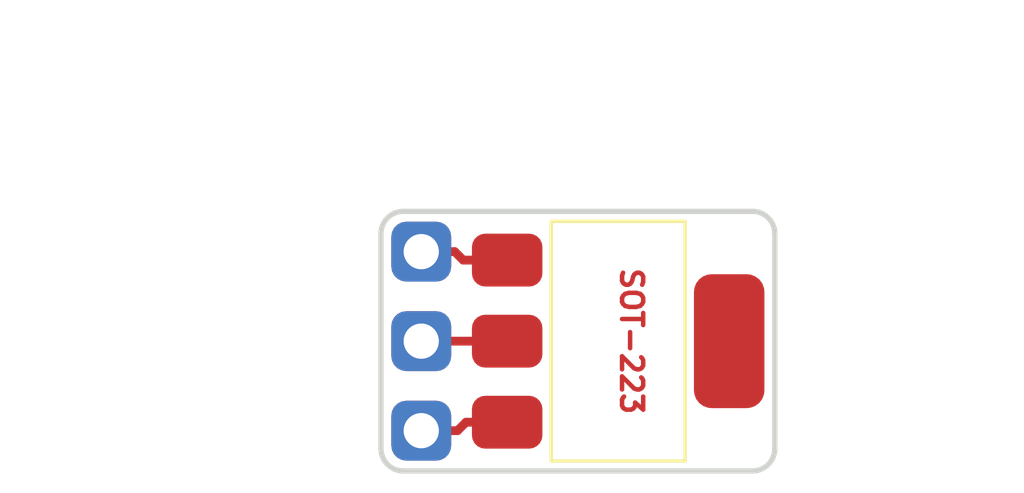
<source format=kicad_pcb>
(kicad_pcb (version 20171130) (host pcbnew "(5.0.2)-1")

  (general
    (thickness 1.6)
    (drawings 13)
    (tracks 8)
    (zones 0)
    (modules 2)
    (nets 4)
  )

  (page A4)
  (layers
    (0 F.Cu signal)
    (31 B.Cu signal)
    (32 B.Adhes user)
    (33 F.Adhes user)
    (34 B.Paste user)
    (35 F.Paste user)
    (36 B.SilkS user)
    (37 F.SilkS user)
    (38 B.Mask user)
    (39 F.Mask user)
    (40 Dwgs.User user)
    (41 Cmts.User user)
    (42 Eco1.User user)
    (43 Eco2.User user)
    (44 Edge.Cuts user)
    (45 Margin user)
    (46 B.CrtYd user)
    (47 F.CrtYd user)
    (48 B.Fab user)
    (49 F.Fab user)
  )

  (setup
    (last_trace_width 0.25)
    (trace_clearance 0.2)
    (zone_clearance 0.508)
    (zone_45_only no)
    (trace_min 0.2)
    (segment_width 0.2)
    (edge_width 0.15)
    (via_size 0.8)
    (via_drill 0.4)
    (via_min_size 0.4)
    (via_min_drill 0.3)
    (uvia_size 0.3)
    (uvia_drill 0.1)
    (uvias_allowed no)
    (uvia_min_size 0.2)
    (uvia_min_drill 0.1)
    (pcb_text_width 0.3)
    (pcb_text_size 1.5 1.5)
    (mod_edge_width 0.15)
    (mod_text_size 1 1)
    (mod_text_width 0.15)
    (pad_size 1.524 1.524)
    (pad_drill 0.762)
    (pad_to_mask_clearance 0.0508)
    (aux_axis_origin 0 0)
    (visible_elements 7FFFFFFF)
    (pcbplotparams
      (layerselection 0x010fc_ffffffff)
      (usegerberextensions false)
      (usegerberattributes false)
      (usegerberadvancedattributes false)
      (creategerberjobfile false)
      (excludeedgelayer true)
      (linewidth 0.050000)
      (plotframeref false)
      (viasonmask false)
      (mode 1)
      (useauxorigin false)
      (hpglpennumber 1)
      (hpglpenspeed 20)
      (hpglpendiameter 15.000000)
      (psnegative false)
      (psa4output false)
      (plotreference true)
      (plotvalue true)
      (plotinvisibletext false)
      (padsonsilk false)
      (subtractmaskfromsilk false)
      (outputformat 1)
      (mirror false)
      (drillshape 1)
      (scaleselection 1)
      (outputdirectory ""))
  )

  (net 0 "")
  (net 1 /1)
  (net 2 /3)
  (net 3 /2)

  (net_class Default "This is the default net class."
    (clearance 0.2)
    (trace_width 0.25)
    (via_dia 0.8)
    (via_drill 0.4)
    (uvia_dia 0.3)
    (uvia_drill 0.1)
    (add_net /1)
    (add_net /2)
    (add_net /3)
  )

  (module SA_Connectors_Pin_Headers_THT:PinHeader_1x03_P2.54mm_Vertical_Bottom (layer F.Cu) (tedit 5C2D038C) (tstamp 5C3150CF)
    (at 156.845 88.265)
    (descr "Through hole straight pin header, 1x03, 2.54mm pitch, single row")
    (tags "Through hole pin header THT 1x03 2.54mm single row")
    (path /5C2D8319)
    (fp_text reference J1 (at 0 -2.2) (layer F.SilkS) hide
      (effects (font (size 0.6 0.6) (thickness 0.127)))
    )
    (fp_text value PinHeader_1x03_P2.54mm_Vertical_Bottom (at 0 7.09) (layer F.Fab) hide
      (effects (font (size 0.3 0.3) (thickness 0.03)))
    )
    (fp_line (start -0.635 -1.27) (end 1.27 -1.27) (layer B.Fab) (width 0.1))
    (fp_line (start 1.27 -1.27) (end 1.27 6.35) (layer B.Fab) (width 0.1))
    (fp_line (start 1.27 6.35) (end -1.27 6.35) (layer B.Fab) (width 0.1))
    (fp_line (start -1.27 6.35) (end -1.27 -0.635) (layer B.Fab) (width 0.1))
    (fp_line (start -1.27 -0.635) (end -0.635 -1.27) (layer B.Fab) (width 0.1))
    (fp_line (start -1.8 -1.8) (end -1.8 6.85) (layer F.CrtYd) (width 0.05))
    (fp_line (start -1.8 6.85) (end 1.8 6.85) (layer F.CrtYd) (width 0.05))
    (fp_line (start 1.8 6.85) (end 1.8 -1.8) (layer F.CrtYd) (width 0.05))
    (fp_line (start 1.8 -1.8) (end -1.8 -1.8) (layer F.CrtYd) (width 0.05))
    (fp_text user %R (at 0 2.54 90) (layer F.Fab)
      (effects (font (size 0.4 0.4) (thickness 0.05)))
    )
    (pad 1 thru_hole roundrect (at 0 0) (size 1.7 1.7) (drill 1) (layers *.Cu *.Mask) (roundrect_rratio 0.25)
      (net 1 /1))
    (pad 2 thru_hole roundrect (at 0 2.54) (size 1.7 1.7) (drill 1) (layers *.Cu *.Mask) (roundrect_rratio 0.25)
      (net 3 /2))
    (pad 3 thru_hole roundrect (at 0 5.08) (size 1.7 1.7) (drill 1) (layers *.Cu *.Mask) (roundrect_rratio 0.25)
      (net 2 /3))
    (model ${SA_LIB_3DSHAPES}/Packages/PinHeader_1x03_P254mm_Vertical_Bottom.step
      (at (xyz 0 0 0))
      (scale (xyz 1 1 1))
      (rotate (xyz 0 0 0))
    )
  )

  (module SA_Voltage_Regulators_SMD:ON_Semi_NCP1117LPST50T3G_SOT-223-3 (layer F.Cu) (tedit 5C2D0388) (tstamp 5C314D40)
    (at 162.433 90.805 270)
    (path /5C2D81AB)
    (fp_text reference U1 (at 0 -4.7 270) (layer F.SilkS) hide
      (effects (font (size 0.6 0.6) (thickness 0.127)))
    )
    (fp_text value ON_Semi_NCP1117LPST50T3G (at 0 4.6 270) (layer F.Fab)
      (effects (font (size 0.3 0.3) (thickness 0.03)))
    )
    (fp_line (start -3.275 -1.75) (end 3.275 -1.75) (layer F.Fab) (width 0.1))
    (fp_line (start 3.275 -1.75) (end 3.275 1.75) (layer F.Fab) (width 0.1))
    (fp_line (start 3.275 1.75) (end -3.275 1.75) (layer F.Fab) (width 0.1))
    (fp_line (start -3.275 1.75) (end -3.275 -1.75) (layer F.Fab) (width 0.1))
    (fp_line (start -3.5 1.7) (end -3.5 4.3) (layer F.CrtYd) (width 0.05))
    (fp_line (start -3.5 4.3) (end -2.1 4.3) (layer F.CrtYd) (width 0.05))
    (fp_line (start -2.1 4.3) (end 3.3 4.3) (layer F.CrtYd) (width 0.05))
    (fp_line (start 3.3 4.3) (end 3.5 4.3) (layer F.CrtYd) (width 0.05))
    (fp_line (start 3.5 4.3) (end 3.5 1) (layer F.CrtYd) (width 0.05))
    (fp_line (start 3.5 1) (end 3.5 -4.3) (layer F.CrtYd) (width 0.05))
    (fp_line (start 3.5 -4.3) (end 0.6 -4.3) (layer F.CrtYd) (width 0.05))
    (fp_line (start 0.6 -4.3) (end -3.5 -4.3) (layer F.CrtYd) (width 0.05))
    (fp_line (start -3.5 -4.3) (end -3.5 -0.1) (layer F.CrtYd) (width 0.05))
    (fp_line (start -3.5 -0.1) (end -3.5 1.7) (layer F.CrtYd) (width 0.05))
    (fp_line (start 3.4 1.9) (end -3.4 1.9) (layer F.SilkS) (width 0.1))
    (fp_line (start 2.9 -1.9) (end -3.4 -1.9) (layer F.SilkS) (width 0.1))
    (fp_line (start -3.4 -1.9) (end -3.4 1.9) (layer F.SilkS) (width 0.1))
    (fp_line (start 3.4 -1.9) (end 2.9 -1.9) (layer F.SilkS) (width 0.1))
    (fp_line (start 3.4 -1.9) (end 3.4 1.9) (layer F.SilkS) (width 0.1))
    (fp_text user %R (at 0 0 270) (layer F.Fab)
      (effects (font (size 0.4 0.4) (thickness 0.05)))
    )
    (pad 1 smd roundrect (at -2.3 3.15 270) (size 1.5 2) (layers F.Cu F.Paste F.Mask) (roundrect_rratio 0.25)
      (net 1 /1))
    (pad 3 smd roundrect (at 2.3 3.15 270) (size 1.5 2) (layers F.Cu F.Paste F.Mask) (roundrect_rratio 0.25)
      (net 2 /3))
    (pad 2 smd roundrect (at 0 3.15 270) (size 1.5 2) (layers F.Cu F.Paste F.Mask) (roundrect_rratio 0.25)
      (net 3 /2))
    (pad 2 smd roundrect (at 0 -3.15 270) (size 3.8 2) (layers F.Cu F.Paste F.Mask) (roundrect_rratio 0.25)
      (net 3 /2))
    (model ${SA_LIB_3DSHAPES}/ON_Semi_NCP1117LPST50T3G_SOT-223-3/ON_Semi_NCP1117LPST50T3G_SOT-223-3.step
      (at (xyz 0 0 0))
      (scale (xyz 1 1 1))
      (rotate (xyz 0 0 0))
    )
  )

  (dimension 2.54 (width 0.3) (layer F.Fab)
    (gr_text "2.540 mm" (at 150.427 92.075 90) (layer F.Fab)
      (effects (font (size 1.5 1.5) (thickness 0.3)))
    )
    (feature1 (pts (xy 156.845 90.805) (xy 151.940579 90.805)))
    (feature2 (pts (xy 156.845 93.345) (xy 151.940579 93.345)))
    (crossbar (pts (xy 152.527 93.345) (xy 152.527 90.805)))
    (arrow1a (pts (xy 152.527 90.805) (xy 153.113421 91.931504)))
    (arrow1b (pts (xy 152.527 90.805) (xy 151.940579 91.931504)))
    (arrow2a (pts (xy 152.527 93.345) (xy 153.113421 92.218496)))
    (arrow2b (pts (xy 152.527 93.345) (xy 151.940579 92.218496)))
  )
  (dimension 7.366 (width 0.3) (layer F.Fab)
    (gr_text "7.366 mm" (at 172.026 90.805 270) (layer F.Fab)
      (effects (font (size 1.5 1.5) (thickness 0.3)))
    )
    (feature1 (pts (xy 156.845 94.488) (xy 170.512421 94.488)))
    (feature2 (pts (xy 156.845 87.122) (xy 170.512421 87.122)))
    (crossbar (pts (xy 169.926 87.122) (xy 169.926 94.488)))
    (arrow1a (pts (xy 169.926 94.488) (xy 169.339579 93.361496)))
    (arrow1b (pts (xy 169.926 94.488) (xy 170.512421 93.361496)))
    (arrow2a (pts (xy 169.926 87.122) (xy 169.339579 88.248504)))
    (arrow2b (pts (xy 169.926 87.122) (xy 170.512421 88.248504)))
  )
  (dimension 11.176 (width 0.3) (layer F.Fab)
    (gr_text "11.176 mm" (at 161.29 82.228) (layer F.Fab)
      (effects (font (size 1.5 1.5) (thickness 0.3)))
    )
    (feature1 (pts (xy 166.878 88.265) (xy 166.878 83.741579)))
    (feature2 (pts (xy 155.702 88.265) (xy 155.702 83.741579)))
    (crossbar (pts (xy 155.702 84.328) (xy 166.878 84.328)))
    (arrow1a (pts (xy 166.878 84.328) (xy 165.751496 84.914421)))
    (arrow1b (pts (xy 166.878 84.328) (xy 165.751496 83.741579)))
    (arrow2a (pts (xy 155.702 84.328) (xy 156.828504 84.914421)))
    (arrow2b (pts (xy 155.702 84.328) (xy 156.828504 83.741579)))
  )
  (gr_line (start 156.337 94.488) (end 166.243 94.488) (layer Edge.Cuts) (width 0.15))
  (gr_line (start 155.702 87.757) (end 155.702 93.853) (layer Edge.Cuts) (width 0.15))
  (gr_line (start 166.243 87.122) (end 156.337 87.122) (layer Edge.Cuts) (width 0.15))
  (gr_line (start 166.878 93.853) (end 166.878 87.757) (layer Edge.Cuts) (width 0.15))
  (gr_arc (start 156.337 93.853) (end 155.702 93.853) (angle -90) (layer Edge.Cuts) (width 0.15) (tstamp 5C315211))
  (gr_arc (start 166.243 93.853) (end 166.243 94.488) (angle -90) (layer Edge.Cuts) (width 0.15) (tstamp 5C31520C))
  (gr_arc (start 166.243 87.757) (end 166.878 87.757) (angle -90) (layer Edge.Cuts) (width 0.15) (tstamp 5C315207))
  (gr_arc (start 156.337 87.757) (end 156.337 87.122) (angle -90) (layer Edge.Cuts) (width 0.15))
  (gr_text SOT-223 (at 162.814 90.805 270) (layer F.Mask) (tstamp 5C315111)
    (effects (font (size 0.6 0.6) (thickness 0.127)))
  )
  (gr_text SOT-223 (at 162.814 90.805 270) (layer F.Cu)
    (effects (font (size 0.6 0.6) (thickness 0.127)))
  )

  (segment (start 157.085 88.505) (end 156.845 88.265) (width 0.25) (layer F.Cu) (net 1))
  (segment (start 157.795 88.265) (end 156.845 88.265) (width 0.25) (layer F.Cu) (net 1))
  (segment (start 159.283 88.505) (end 158.035 88.505) (width 0.25) (layer F.Cu) (net 1))
  (segment (start 158.035 88.505) (end 157.795 88.265) (width 0.25) (layer F.Cu) (net 1))
  (segment (start 157.875 93.345) (end 156.845 93.345) (width 0.25) (layer F.Cu) (net 2))
  (segment (start 159.283 93.105) (end 158.115 93.105) (width 0.25) (layer F.Cu) (net 2))
  (segment (start 158.115 93.105) (end 157.875 93.345) (width 0.25) (layer F.Cu) (net 2))
  (segment (start 159.283 90.805) (end 156.845 90.805) (width 0.25) (layer F.Cu) (net 3))

)

</source>
